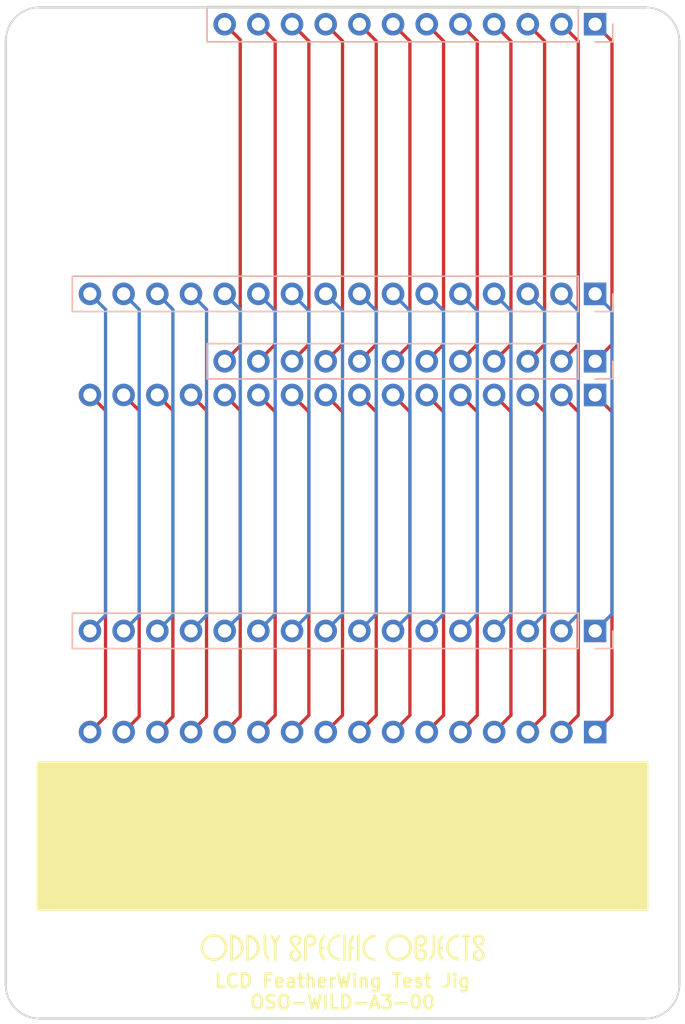
<source format=kicad_pcb>
(kicad_pcb (version 20211014) (generator pcbnew)
  (layers (0 "F.Cu" signal) (31 "B.Cu" signal) (34 "B.Paste" user) (35 "F.Paste" user) (36 "B.SilkS" user "B.Silkscreen") (37 "F.SilkS" user "F.Silkscreen") (38 "B.Mask" user) (39 "F.Mask" user) (44 "Edge.Cuts" user))
  (net 0 "")
  (net 1 "/FREE")
  (net 2 "/TX")
  (net 3 "/RX")
  (net 4 "/MISO")
  (net 5 "/MOSI")
  (net 6 "/SCK")
  (net 7 "/A5")
  (net 8 "/A4")
  (net 9 "/A3")
  (net 10 "/A2")
  (net 11 "/A1")
  (net 12 "/A0")
  (net 13 "GND")
  (net 14 "/AREF")
  (net 15 "+3V3")
  (net 16 "/~{RST}")
  (net 17 "/SDA")
  (net 18 "/SCL")
  (net 19 "/F0")
  (net 20 "/F1")
  (net 21 "/F2")
  (net 22 "/F3")
  (net 23 "/F4")
  (net 24 "/F5")
  (net 25 "/F6")
  (net 26 "/VUSB")
  (net 27 "/EN")
  (net 28 "/VBAT")
  (net 29 "/COM3")
  (net 30 "/COM2")
  (net 31 "/COM1")
  (net 32 "/COM0")
  (net 33 "/SEG11")
  (net 34 "/SEG10")
  (net 35 "/SEG9")
  (net 36 "/SEG8")
  (net 37 "/SEG7")
  (net 38 "/SEG6")
  (net 39 "/SEG5")
  (net 40 "/SEG4")
  (net 41 "/SEG3")
  (net 42 "/SEG2")
  (net 43 "/SEG1")
  (net 44 "/SEG0")
  (footprint "MountingHole:MountingHole_2.7mm_M2.5" (layer "F.Cu") (at 48.26 2.54)
    (fp_text reference "REF**" hide)
    (fp_text value "MountingHole_2.7mm_M2.5" hide)
    (pad "" np_thru_hole circle locked (at 0 0) (size 2.7 2.7) (drill 2.7) (layers *.Cu *.Mask))
  )
  (footprint "Connector_PinHeader_2.54mm:PinHeader_1x16_P2.54mm_Vertical" (layer "F.Cu") (at 44.45 29.21 -90)
    (fp_text reference "LCD1" hide)
    (fp_text value "Conn_01x16_Female" hide)
    (pad "1" thru_hole rect (at 0 0 270) (size 1.7 1.7) (drill 1) (layers *.Cu *.Mask) (net 43 "/SEG1"))
    (pad "2" thru_hole oval (at 0 2.54 270) (size 1.7 1.7) (drill 1) (layers *.Cu *.Mask) (net 33 "/SEG11"))
    (pad "3" thru_hole oval (at 0 5.08 270) (size 1.7 1.7) (drill 1) (layers *.Cu *.Mask) (net 34 "/SEG10"))
    (pad "4" thru_hole oval (at 0 7.62 270) (size 1.7 1.7) (drill 1) (layers *.Cu *.Mask) (net 35 "/SEG9"))
    (pad "5" thru_hole oval (at 0 10.16 270) (size 1.7 1.7) (drill 1) (layers *.Cu *.Mask) (net 36 "/SEG8"))
    (pad "6" thru_hole oval (at 0 12.7 270) (size 1.7 1.7) (drill 1) (layers *.Cu *.Mask) (net 37 "/SEG7"))
    (pad "7" thru_hole oval (at 0 15.24 270) (size 1.7 1.7) (drill 1) (layers *.Cu *.Mask) (net 38 "/SEG6"))
    (pad "8" thru_hole oval (at 0 17.78 270) (size 1.7 1.7) (drill 1) (layers *.Cu *.Mask) (net 39 "/SEG5"))
    (pad "9" thru_hole oval (at 0 20.32 270) (size 1.7 1.7) (drill 1) (layers *.Cu *.Mask) (net 40 "/SEG4"))
    (pad "10" thru_hole oval (at 0 22.86 270) (size 1.7 1.7) (drill 1) (layers *.Cu *.Mask) (net 41 "/SEG3"))
    (pad "11" thru_hole oval (at 0 25.4 270) (size 1.7 1.7) (drill 1) (layers *.Cu *.Mask) (net 42 "/SEG2"))
    (pad "12" thru_hole oval (at 0 27.94 270) (size 1.7 1.7) (drill 1) (layers *.Cu *.Mask) (net 44 "/SEG0"))
    (pad "13" thru_hole oval (at 0 30.48 270) (size 1.7 1.7) (drill 1) (layers *.Cu *.Mask) (net 29 "/COM3"))
    (pad "14" thru_hole oval (at 0 33.02 270) (size 1.7 1.7) (drill 1) (layers *.Cu *.Mask) (net 30 "/COM2"))
    (pad "15" thru_hole oval (at 0 35.56 270) (size 1.7 1.7) (drill 1) (layers *.Cu *.Mask) (net 31 "/COM1"))
    (pad "16" thru_hole oval (at 0 38.1 270) (size 1.7 1.7) (drill 1) (layers *.Cu *.Mask) (net 32 "/COM0"))
  )
  (footprint "MountingHole:MountingHole_2.7mm_M2.5" (layer "F.Cu") (at 2.54 27.94)
    (fp_text reference "REF**" hide)
    (fp_text value "MountingHole_2.7mm_M2.5" hide)
    (pad "" np_thru_hole circle locked (at 0 0) (size 2.7 2.7) (drill 2.7) (layers *.Cu *.Mask))
  )
  (footprint "MountingHole:MountingHole_2.7mm_M2.5" (layer "F.Cu") (at 2.54 73.66)
    (fp_text reference "REF**" hide)
    (fp_text value "MountingHole_2.7mm_M2.5" hide)
    (pad "" np_thru_hole circle locked (at 0 0) (size 2.7 2.7) (drill 2.7) (layers *.Cu *.Mask))
  )
  (footprint "MountingHole:MountingHole_2.7mm_M2.5" (layer "F.Cu") (at 2.54 45.72)
    (fp_text reference "REF**" hide)
    (fp_text value "MountingHole_2.7mm_M2.5" hide)
    (pad "" np_thru_hole circle locked (at 0 0) (size 2.7 2.7) (drill 2.7) (layers *.Cu *.Mask))
  )
  (footprint "Oddly_Specific_Artwork:oso-logotype-2mm" (layer "F.Cu") (at 25.4 70.866)
    (fp_text reference "G***" hide)
    (fp_text value "LOGO" hide)
  )
  (footprint "MountingHole:MountingHole_2.7mm_M2.5" (layer "F.Cu") (at 48.26 45.72)
    (fp_text reference "REF**" hide)
    (fp_text value "MountingHole_2.7mm_M2.5" hide)
    (pad "" np_thru_hole circle locked (at 0 0) (size 2.7 2.7) (drill 2.7) (layers *.Cu *.Mask))
  )
  (footprint "MountingHole:MountingHole_2.7mm_M2.5" (layer "F.Cu") (at 48.26 73.66)
    (fp_text reference "REF**" hide)
    (fp_text value "MountingHole_2.7mm_M2.5" hide)
    (pad "" np_thru_hole circle locked (at 0 0) (size 2.7 2.7) (drill 2.7) (layers *.Cu *.Mask))
  )
  (footprint "MountingHole:MountingHole_2.7mm_M2.5" (layer "F.Cu") (at 2.54 2.54)
    (fp_text reference "REF**" hide)
    (fp_text value "MountingHole_2.7mm_M2.5" hide)
    (pad "" np_thru_hole circle locked (at 0 0) (size 2.7 2.7) (drill 2.7) (layers *.Cu *.Mask))
  )
  (footprint "MountingHole:MountingHole_2.7mm_M2.5" (layer "F.Cu") (at 48.26 27.94)
    (fp_text reference "REF**" hide)
    (fp_text value "MountingHole_2.7mm_M2.5" hide)
    (pad "" np_thru_hole circle locked (at 0 0) (size 2.7 2.7) (drill 2.7) (layers *.Cu *.Mask))
  )
  (footprint "Connector_PinHeader_2.54mm:PinHeader_1x16_P2.54mm_Vertical" (layer "F.Cu") (at 44.455 54.61 -90)
    (fp_text reference "LCD1" hide)
    (fp_text value "Conn_01x16_Female" hide)
    (pad "1" thru_hole rect (at 0 0 270) (size 1.7 1.7) (drill 1) (layers *.Cu *.Mask) (net 43 "/SEG1"))
    (pad "2" thru_hole oval (at 0 2.54 270) (size 1.7 1.7) (drill 1) (layers *.Cu *.Mask) (net 33 "/SEG11"))
    (pad "3" thru_hole oval (at 0 5.08 270) (size 1.7 1.7) (drill 1) (layers *.Cu *.Mask) (net 34 "/SEG10"))
    (pad "4" thru_hole oval (at 0 7.62 270) (size 1.7 1.7) (drill 1) (layers *.Cu *.Mask) (net 35 "/SEG9"))
    (pad "5" thru_hole oval (at 0 10.16 270) (size 1.7 1.7) (drill 1) (layers *.Cu *.Mask) (net 36 "/SEG8"))
    (pad "6" thru_hole oval (at 0 12.7 270) (size 1.7 1.7) (drill 1) (layers *.Cu *.Mask) (net 37 "/SEG7"))
    (pad "7" thru_hole oval (at 0 15.24 270) (size 1.7 1.7) (drill 1) (layers *.Cu *.Mask) (net 38 "/SEG6"))
    (pad "8" thru_hole oval (at 0 17.78 270) (size 1.7 1.7) (drill 1) (layers *.Cu *.Mask) (net 39 "/SEG5"))
    (pad "9" thru_hole oval (at 0 20.32 270) (size 1.7 1.7) (drill 1) (layers *.Cu *.Mask) (net 40 "/SEG4"))
    (pad "10" thru_hole oval (at 0 22.86 270) (size 1.7 1.7) (drill 1) (layers *.Cu *.Mask) (net 41 "/SEG3"))
    (pad "11" thru_hole oval (at 0 25.4 270) (size 1.7 1.7) (drill 1) (layers *.Cu *.Mask) (net 42 "/SEG2"))
    (pad "12" thru_hole oval (at 0 27.94 270) (size 1.7 1.7) (drill 1) (layers *.Cu *.Mask) (net 44 "/SEG0"))
    (pad "13" thru_hole oval (at 0 30.48 270) (size 1.7 1.7) (drill 1) (layers *.Cu *.Mask) (net 29 "/COM3"))
    (pad "14" thru_hole oval (at 0 33.02 270) (size 1.7 1.7) (drill 1) (layers *.Cu *.Mask) (net 30 "/COM2"))
    (pad "15" thru_hole oval (at 0 35.56 270) (size 1.7 1.7) (drill 1) (layers *.Cu *.Mask) (net 31 "/COM1"))
    (pad "16" thru_hole oval (at 0 38.1 270) (size 1.7 1.7) (drill 1) (layers *.Cu *.Mask) (net 32 "/COM0"))
  )
  (footprint "Connector_PinHeader_2.54mm:PinHeader_1x12_P2.54mm_Vertical" (layer "B.Cu") (at 44.45 26.67 90)
    (fp_text reference "J2" hide)
    (fp_text value "feather short" hide)
    (pad "1" thru_hole rect locked (at 0 0 90) (size 1.7 1.7) (drill 1) (layers *.Cu *.Mask) (net 17 "/SDA"))
    (pad "2" thru_hole oval locked (at 0 -2.54 90) (size 1.7 1.7) (drill 1) (layers *.Cu *.Mask) (net 18 "/SCL"))
    (pad "3" thru_hole oval locked (at 0 -5.08 90) (size 1.7 1.7) (drill 1) (layers *.Cu *.Mask) (net 19 "/F0"))
    (pad "4" thru_hole oval locked (at 0 -7.62 90) (size 1.7 1.7) (drill 1) (layers *.Cu *.Mask) (net 20 "/F1"))
    (pad "5" thru_hole oval locked (at 0 -10.16 90) (size 1.7 1.7) (drill 1) (layers *.Cu *.Mask) (net 21 "/F2"))
    (pad "6" thru_hole oval locked (at 0 -12.7 90) (size 1.7 1.7) (drill 1) (layers *.Cu *.Mask) (net 22 "/F3"))
    (pad "7" thru_hole oval locked (at 0 -15.24 90) (size 1.7 1.7) (drill 1) (layers *.Cu *.Mask) (net 23 "/F4"))
    (pad "8" thru_hole oval locked (at 0 -17.78 90) (size 1.7 1.7) (drill 1) (layers *.Cu *.Mask) (net 24 "/F5"))
    (pad "9" thru_hole oval locked (at 0 -20.32 90) (size 1.7 1.7) (drill 1) (layers *.Cu *.Mask) (net 25 "/F6"))
    (pad "10" thru_hole oval locked (at 0 -22.86 90) (size 1.7 1.7) (drill 1) (layers *.Cu *.Mask) (net 26 "/VUSB"))
    (pad "11" thru_hole oval locked (at 0 -25.4 90) (size 1.7 1.7) (drill 1) (layers *.Cu *.Mask) (net 27 "/EN"))
    (pad "12" thru_hole oval locked (at 0 -27.94 90) (size 1.7 1.7) (drill 1) (layers *.Cu *.Mask) (net 28 "/VBAT"))
  )
  (footprint "Connector_PinHeader_2.54mm:PinHeader_1x16_P2.54mm_Vertical" (layer "B.Cu") (at 44.45 46.99 90)
    (fp_text reference "J1" hide)
    (fp_text value "feather long" hide)
    (pad "1" thru_hole rect locked (at 0 0 90) (size 1.7 1.7) (drill 1) (layers *.Cu *.Mask) (net 1 "/FREE"))
    (pad "2" thru_hole oval locked (at 0 -2.54 90) (size 1.7 1.7) (drill 1) (layers *.Cu *.Mask) (net 2 "/TX"))
    (pad "3" thru_hole oval locked (at 0 -5.08 90) (size 1.7 1.7) (drill 1) (layers *.Cu *.Mask) (net 3 "/RX"))
    (pad "4" thru_hole oval locked (at 0 -7.62 90) (size 1.7 1.7) (drill 1) (layers *.Cu *.Mask) (net 4 "/MISO"))
    (pad "5" thru_hole oval locked (at 0 -10.16 90) (size 1.7 1.7) (drill 1) (layers *.Cu *.Mask) (net 5 "/MOSI"))
    (pad "6" thru_hole oval locked (at 0 -12.7 90) (size 1.7 1.7) (drill 1) (layers *.Cu *.Mask) (net 6 "/SCK"))
    (pad "7" thru_hole oval locked (at 0 -15.24 90) (size 1.7 1.7) (drill 1) (layers *.Cu *.Mask) (net 7 "/A5"))
    (pad "8" thru_hole oval locked (at 0 -17.78 90) (size 1.7 1.7) (drill 1) (layers *.Cu *.Mask) (net 8 "/A4"))
    (pad "9" thru_hole oval locked (at 0 -20.32 90) (size 1.7 1.7) (drill 1) (layers *.Cu *.Mask) (net 9 "/A3"))
    (pad "10" thru_hole oval locked (at 0 -22.86 90) (size 1.7 1.7) (drill 1) (layers *.Cu *.Mask) (net 10 "/A2"))
    (pad "11" thru_hole oval locked (at 0 -25.4 90) (size 1.7 1.7) (drill 1) (layers *.Cu *.Mask) (net 11 "/A1"))
    (pad "12" thru_hole oval locked (at 0 -27.94 90) (size 1.7 1.7) (drill 1) (layers *.Cu *.Mask) (net 12 "/A0"))
    (pad "13" thru_hole oval locked (at 0 -30.48 90) (size 1.7 1.7) (drill 1) (layers *.Cu *.Mask) (net 13 "GND"))
    (pad "14" thru_hole oval locked (at 0 -33.02 90) (size 1.7 1.7) (drill 1) (layers *.Cu *.Mask) (net 14 "/AREF"))
    (pad "15" thru_hole oval locked (at 0 -35.56 90) (size 1.7 1.7) (drill 1) (layers *.Cu *.Mask) (net 15 "+3V3"))
    (pad "16" thru_hole oval locked (at 0 -38.1 90) (size 1.7 1.7) (drill 1) (layers *.Cu *.Mask) (net 16 "/~{RST}"))
  )
  (footprint "Connector_PinHeader_2.54mm:PinHeader_1x12_P2.54mm_Vertical" (layer "B.Cu") (at 44.45 1.27 90)
    (fp_text reference "J2" hide)
    (fp_text value "feather short" hide)
    (pad "1" thru_hole rect locked (at 0 0 90) (size 1.7 1.7) (drill 1) (layers *.Cu *.Mask) (net 17 "/SDA"))
    (pad "2" thru_hole oval locked (at 0 -2.54 90) (size 1.7 1.7) (drill 1) (layers *.Cu *.Mask) (net 18 "/SCL"))
    (pad "3" thru_hole oval locked (at 0 -5.08 90) (size 1.7 1.7) (drill 1) (layers *.Cu *.Mask) (net 19 "/F0"))
    (pad "4" thru_hole oval locked (at 0 -7.62 90) (size 1.7 1.7) (drill 1) (layers *.Cu *.Mask) (net 20 "/F1"))
    (pad "5" thru_hole oval locked (at 0 -10.16 90) (size 1.7 1.7) (drill 1) (layers *.Cu *.Mask) (net 21 "/F2"))
    (pad "6" thru_hole oval locked (at 0 -12.7 90) (size 1.7 1.7) (drill 1) (layers *.Cu *.Mask) (net 22 "/F3"))
    (pad "7" thru_hole oval locked (at 0 -15.24 90) (size 1.7 1.7) (drill 1) (layers *.Cu *.Mask) (net 23 "/F4"))
    (pad "8" thru_hole oval locked (at 0 -17.78 90) (size 1.7 1.7) (drill 1) (layers *.Cu *.Mask) (net 24 "/F5"))
    (pad "9" thru_hole oval locked (at 0 -20.32 90) (size 1.7 1.7) (drill 1) (layers *.Cu *.Mask) (net 25 "/F6"))
    (pad "10" thru_hole oval locked (at 0 -22.86 90) (size 1.7 1.7) (drill 1) (layers *.Cu *.Mask) (net 26 "/VUSB"))
    (pad "11" thru_hole oval locked (at 0 -25.4 90) (size 1.7 1.7) (drill 1) (layers *.Cu *.Mask) (net 27 "/EN"))
    (pad "12" thru_hole oval locked (at 0 -27.94 90) (size 1.7 1.7) (drill 1) (layers *.Cu *.Mask) (net 28 "/VBAT"))
  )
  (footprint "Connector_PinHeader_2.54mm:PinHeader_1x16_P2.54mm_Vertical" (layer "B.Cu") (at 44.45 21.59 90)
    (fp_text reference "J1" hide)
    (fp_text value "feather long" hide)
    (pad "1" thru_hole rect locked (at 0 0 90) (size 1.7 1.7) (drill 1) (layers *.Cu *.Mask) (net 1 "/FREE"))
    (pad "2" thru_hole oval locked (at 0 -2.54 90) (size 1.7 1.7) (drill 1) (layers *.Cu *.Mask) (net 2 "/TX"))
    (pad "3" thru_hole oval locked (at 0 -5.08 90) (size 1.7 1.7) (drill 1) (layers *.Cu *.Mask) (net 3 "/RX"))
    (pad "4" thru_hole oval locked (at 0 -7.62 90) (size 1.7 1.7) (drill 1) (layers *.Cu *.Mask) (net 4 "/MISO"))
    (pad "5" thru_hole oval locked (at 0 -10.16 90) (size 1.7 1.7) (drill 1) (layers *.Cu *.Mask) (net 5 "/MOSI"))
    (pad "6" thru_hole oval locked (at 0 -12.7 90) (size 1.7 1.7) (drill 1) (layers *.Cu *.Mask) (net 6 "/SCK"))
    (pad "7" thru_hole oval locked (at 0 -15.24 90) (size 1.7 1.7) (drill 1) (layers *.Cu *.Mask) (net 7 "/A5"))
    (pad "8" thru_hole oval locked (at 0 -17.78 90) (size 1.7 1.7) (drill 1) (layers *.Cu *.Mask) (net 8 "/A4"))
    (pad "9" thru_hole oval locked (at 0 -20.32 90) (size 1.7 1.7) (drill 1) (layers *.Cu *.Mask) (net 9 "/A3"))
    (pad "10" thru_hole oval locked (at 0 -22.86 90) (size 1.7 1.7) (drill 1) (layers *.Cu *.Mask) (net 10 "/A2"))
    (pad "11" thru_hole oval locked (at 0 -25.4 90) (size 1.7 1.7) (drill 1) (layers *.Cu *.Mask) (net 11 "/A1"))
    (pad "12" thru_hole oval locked (at 0 -27.94 90) (size 1.7 1.7) (drill 1) (layers *.Cu *.Mask) (net 12 "/A0"))
    (pad "13" thru_hole oval locked (at 0 -30.48 90) (size 1.7 1.7) (drill 1) (layers *.Cu *.Mask) (net 13 "GND"))
    (pad "14" thru_hole oval locked (at 0 -33.02 90) (size 1.7 1.7) (drill 1) (layers *.Cu *.Mask) (net 14 "/AREF"))
    (pad "15" thru_hole oval locked (at 0 -35.56 90) (size 1.7 1.7) (drill 1) (layers *.Cu *.Mask) (net 15 "+3V3"))
    (pad "16" thru_hole oval locked (at 0 -38.1 90) (size 1.7 1.7) (drill 1) (layers *.Cu *.Mask) (net 16 "/~{RST}"))
  )
  (gr_rect (start 2.4 56.9) (end 48.4 68) (layer "F.SilkS") (width 0.15) (fill solid))
  (gr_line (start 0 73.66) (end 0 2.54) (layer "Edge.Cuts") (width 0.2))
  (gr_arc (start 50.8 73.66) (mid 50.056051 75.456051) (end 48.26 76.2) (layer "Edge.Cuts") (width 0.15))
  (gr_line (start 48.26 76.2) (end 2.54 76.2) (layer "Edge.Cuts") (width 0.2))
  (gr_arc (start 48.26 0) (mid 50.056051 0.743949) (end 50.8 2.54) (layer "Edge.Cuts") (width 0.15))
  (gr_arc (start 0 2.54) (mid 0.743949 0.743949) (end 2.54 0) (layer "Edge.Cuts") (width 0.15))
  (gr_line (start 2.54 0) (end 48.26 0) (layer "Edge.Cuts") (width 0.2))
  (gr_line (start 50.8 2.54) (end 50.8 73.66) (layer "Edge.Cuts") (width 0.2))
  (gr_arc (start 2.54 76.2) (mid 0.743949 75.456051) (end 0 73.66) (layer "Edge.Cuts") (width 0.15))
  (gr_text "LCD FeatherWing Test Jig\nOSO-WILD-A3-00" (at 25.4 74.168) (layer "F.SilkS") (effects (font (size 1 1) (thickness 0.2))))
  (segment (start 45.72 22.86) (end 44.45 21.59) (width 0.25) (layer "B.Cu") (net 1))
  (segment (start 45.72 45.72) (end 45.72 22.86) (width 0.25) (layer "B.Cu") (net 1))
  (segment (start 44.45 46.99) (end 45.72 45.72) (width 0.25) (layer "B.Cu") (net 1))
  (segment (start 43.18 45.72) (end 43.18 22.86) (width 0.25) (layer "B.Cu") (net 2))
  (segment (start 43.18 22.86) (end 41.91 21.59) (width 0.25) (layer "B.Cu") (net 2))
  (segment (start 41.91 46.99) (end 43.18 45.72) (width 0.25) (layer "B.Cu") (net 2))
  (segment (start 40.64 22.86) (end 39.37 21.59) (width 0.25) (layer "B.Cu") (net 3))
  (segment (start 40.64 45.72) (end 40.64 22.86) (width 0.25) (layer "B.Cu") (net 3))
  (segment (start 39.37 46.99) (end 40.64 45.72) (width 0.25) (layer "B.Cu") (net 3))
  (segment (start 38.1 45.72) (end 38.1 22.86) (width 0.25) (layer "B.Cu") (net 4))
  (segment (start 38.1 22.86) (end 36.83 21.59) (width 0.25) (layer "B.Cu") (net 4))
  (segment (start 36.83 46.99) (end 38.1 45.72) (width 0.25) (layer "B.Cu") (net 4))
  (segment (start 35.56 22.86) (end 34.29 21.59) (width 0.25) (layer "B.Cu") (net 5))
  (segment (start 34.29 46.99) (end 35.56 45.72) (width 0.25) (layer "B.Cu") (net 5))
  (segment (start 35.56 45.72) (end 35.56 22.86) (width 0.25) (layer "B.Cu") (net 5))
  (segment (start 31.75 46.99) (end 33.02 45.72) (width 0.25) (layer "B.Cu") (net 6))
  (segment (start 33.02 45.72) (end 33.02 22.86) (width 0.25) (layer "B.Cu") (net 6))
  (segment (start 33.02 22.86) (end 31.75 21.59) (width 0.25) (layer "B.Cu") (net 6))
  (segment (start 29.21 46.99) (end 30.48 45.72) (width 0.25) (layer "B.Cu") (net 7))
  (segment (start 30.48 45.72) (end 30.48 22.86) (width 0.25) (layer "B.Cu") (net 7))
  (segment (start 30.48 22.86) (end 29.21 21.59) (width 0.25) (layer "B.Cu") (net 7))
  (segment (start 26.67 46.99) (end 27.94 45.72) (width 0.25) (layer "B.Cu") (net 8))
  (segment (start 27.94 45.72) (end 27.94 22.86) (width 0.25) (layer "B.Cu") (net 8))
  (segment (start 27.94 22.86) (end 26.67 21.59) (width 0.25) (layer "B.Cu") (net 8))
  (segment (start 25.4 45.72) (end 24.13 46.99) (width 0.25) (layer "B.Cu") (net 9))
  (segment (start 25.4 22.86) (end 25.4 45.72) (width 0.25) (layer "B.Cu") (net 9))
  (segment (start 24.13 21.59) (end 25.4 22.86) (width 0.25) (layer "B.Cu") (net 9))
  (segment (start 21.59 21.59) (end 22.86 22.86) (width 0.25) (layer "B.Cu") (net 10))
  (segment (start 22.86 22.86) (end 22.86 45.72) (width 0.25) (layer "B.Cu") (net 10))
  (segment (start 22.86 45.72) (end 21.59 46.99) (width 0.25) (layer "B.Cu") (net 10))
  (segment (start 19.05 21.59) (end 20.32 22.86) (width 0.25) (layer "B.Cu") (net 11))
  (segment (start 20.32 22.86) (end 20.32 45.72) (width 0.25) (layer "B.Cu") (net 11))
  (segment (start 20.32 45.72) (end 19.05 46.99) (width 0.25) (layer "B.Cu") (net 11))
  (segment (start 16.51 46.99) (end 17.684511 45.815489) (width 0.25) (layer "B.Cu") (net 12))
  (segment (start 17.684511 22.764511) (end 16.51 21.59) (width 0.25) (layer "B.Cu") (net 12))
  (segment (start 17.684511 45.815489) (end 17.684511 22.764511) (width 0.25) (layer "B.Cu") (net 12))
  (segment (start 15.144511 22.764511) (end 13.97 21.59) (width 0.25) (layer "B.Cu") (net 13))
  (segment (start 15.144511 45.815489) (end 15.144511 22.764511) (width 0.25) (layer "B.Cu") (net 13))
  (segment (start 13.97 46.99) (end 15.144511 45.815489) (width 0.25) (layer "B.Cu") (net 13))
  (segment (start 11.43 46.99) (end 12.604511 45.815489) (width 0.25) (layer "B.Cu") (net 14))
  (segment (start 12.604511 22.764511) (end 11.43 21.59) (width 0.25) (layer "B.Cu") (net 14))
  (segment (start 12.604511 45.815489) (end 12.604511 22.764511) (width 0.25) (layer "B.Cu") (net 14))
  (segment (start 10.064511 22.764511) (end 8.89 21.59) (width 0.25) (layer "B.Cu") (net 15))
  (segment (start 8.89 46.99) (end 10.064511 45.815489) (width 0.25) (layer "B.Cu") (net 15))
  (segment (start 10.064511 45.815489) (end 10.064511 22.764511) (width 0.25) (layer "B.Cu") (net 15))
  (segment (start 6.35 46.99) (end 7.524511 45.815489) (width 0.25) (layer "B.Cu") (net 16))
  (segment (start 7.524511 45.815489) (end 7.524511 22.764511) (width 0.25) (layer "B.Cu") (net 16))
  (segment (start 7.524511 22.764511) (end 6.35 21.59) (width 0.25) (layer "B.Cu") (net 16))
  (segment (start 45.72 25.4) (end 45.72 2.54) (width 0.25) (layer "F.Cu") (net 17))
  (segment (start 44.45 26.67) (end 45.72 25.4) (width 0.25) (layer "F.Cu") (net 17))
  (segment (start 45.72 2.54) (end 44.45 1.27) (width 0.25) (layer "F.Cu") (net 17))
  (segment (start 43.18 25.4) (end 43.18 2.54) (width 0.25) (layer "F.Cu") (net 18))
  (segment (start 41.91 26.67) (end 43.18 25.4) (width 0.25) (layer "F.Cu") (net 18))
  (segment (start 43.18 2.54) (end 41.91 1.27) (width 0.25) (layer "F.Cu") (net 18))
  (segment (start 40.64 25.4) (end 40.64 2.54) (width 0.25) (layer "F.Cu") (net 19))
  (segment (start 40.64 2.54) (end 39.37 1.27) (width 0.25) (layer "F.Cu") (net 19))
  (segment (start 39.37 26.67) (end 40.64 25.4) (width 0.25) (layer "F.Cu") (net 19))
  (segment (start 38.1 2.54) (end 36.83 1.27) (width 0.25) (layer "F.Cu") (net 20))
  (segment (start 38.1 25.4) (end 38.1 2.54) (width 0.25) (layer "F.Cu") (net 20))
  (segment (start 36.83 26.67) (end 38.1 25.4) (width 0.25) (layer "F.Cu") (net 20))
  (segment (start 35.56 25.4) (end 35.56 2.54) (width 0.25) (layer "F.Cu") (net 21))
  (segment (start 35.56 2.54) (end 34.29 1.27) (width 0.25) (layer "F.Cu") (net 21))
  (segment (start 34.29 26.67) (end 35.56 25.4) (width 0.25) (layer "F.Cu") (net 21))
  (segment (start 33.02 25.4) (end 33.02 2.54) (width 0.25) (layer "F.Cu") (net 22))
  (segment (start 31.75 26.67) (end 33.02 25.4) (width 0.25) (layer "F.Cu") (net 22))
  (segment (start 33.02 2.54) (end 31.75 1.27) (width 0.25) (layer "F.Cu") (net 22))
  (segment (start 30.48 25.4) (end 30.48 2.54) (width 0.25) (layer "F.Cu") (net 23))
  (segment (start 30.48 2.54) (end 29.21 1.27) (width 0.25) (layer "F.Cu") (net 23))
  (segment (start 29.21 26.67) (end 30.48 25.4) (width 0.25) (layer "F.Cu") (net 23))
  (segment (start 27.94 25.4) (end 27.94 2.54) (width 0.25) (layer "F.Cu") (net 24))
  (segment (start 26.67 26.67) (end 27.94 25.4) (width 0.25) (layer "F.Cu") (net 24))
  (segment (start 27.94 2.54) (end 26.67 1.27) (width 0.25) (layer "F.Cu") (net 24))
  (segment (start 24.13 26.67) (end 25.4 25.4) (width 0.25) (layer "F.Cu") (net 25))
  (segment (start 25.4 25.4) (end 25.4 2.54) (width 0.25) (layer "F.Cu") (net 25))
  (segment (start 25.4 2.54) (end 24.13 1.27) (width 0.25) (layer "F.Cu") (net 25))
  (segment (start 22.86 2.54) (end 21.59 1.27) (width 0.25) (layer "F.Cu") (net 26))
  (segment (start 21.59 26.67) (end 22.86 25.4) (width 0.25) (layer "F.Cu") (net 26))
  (segment (start 22.86 25.4) (end 22.86 2.54) (width 0.25) (layer "F.Cu") (net 26))
  (segment (start 20.32 2.54) (end 19.05 1.27) (width 0.25) (layer "F.Cu") (net 27))
  (segment (start 19.05 26.67) (end 20.32 25.4) (width 0.25) (layer "F.Cu") (net 27))
  (segment (start 20.32 25.4) (end 20.32 2.54) (width 0.25) (layer "F.Cu") (net 27))
  (segment (start 16.51 26.67) (end 17.684511 25.495489) (width 0.25) (layer "F.Cu") (net 28))
  (segment (start 17.684511 2.444511) (end 16.51 1.27) (width 0.25) (layer "F.Cu") (net 28))
  (segment (start 17.684511 25.495489) (end 17.684511 2.444511) (width 0.25) (layer "F.Cu") (net 28))
  (segment (start 15.144511 30.384511) (end 13.97 29.21) (width 0.25) (layer "F.Cu") (net 29))
  (segment (start 13.975 54.61) (end 15.144511 53.440489) (width 0.25) (layer "F.Cu") (net 29))
  (segment (start 15.144511 53.440489) (end 15.144511 30.384511) (width 0.25) (layer "F.Cu") (net 29))
  (segment (start 12.604511 53.440489) (end 12.604511 30.384511) (width 0.25) (layer "F.Cu") (net 30))
  (segment (start 12.604511 30.384511) (end 11.43 29.21) (width 0.25) (layer "F.Cu") (net 30))
  (segment (start 11.435 54.61) (end 12.604511 53.440489) (width 0.25) (layer "F.Cu") (net 30))
  (segment (start 10.064511 53.440489) (end 10.064511 30.384511) (width 0.25) (layer "F.Cu") (net 31))
  (segment (start 10.064511 30.384511) (end 8.89 29.21) (width 0.25) (layer "F.Cu") (net 31))
  (segment (start 8.895 54.61) (end 10.064511 53.440489) (width 0.25) (layer "F.Cu") (net 31))
  (segment (start 7.524511 30.384511) (end 6.35 29.21) (width 0.25) (layer "F.Cu") (net 32))
  (segment (start 7.524511 53.440489) (end 7.524511 30.384511) (width 0.25) (layer "F.Cu") (net 32))
  (segment (start 6.355 54.61) (end 7.524511 53.440489) (width 0.25) (layer "F.Cu") (net 32))
  (segment (start 41.915 54.61) (end 43.18 53.345) (width 0.25) (layer "F.Cu") (net 33))
  (segment (start 43.18 53.345) (end 43.18 30.48) (width 0.25) (layer "F.Cu") (net 33))
  (segment (start 43.18 30.48) (end 41.91 29.21) (width 0.25) (layer "F.Cu") (net 33))
  (segment (start 40.64 53.345) (end 40.64 30.48) (width 0.25) (layer "F.Cu") (net 34))
  (segment (start 40.64 30.48) (end 39.37 29.21) (width 0.25) (layer "F.Cu") (net 34))
  (segment (start 39.375 54.61) (end 40.64 53.345) (width 0.25) (layer "F.Cu") (net 34))
  (segment (start 36.835 54.61) (end 38.1 53.345) (width 0.25) (layer "F.Cu") (net 35))
  (segment (start 38.1 53.345) (end 38.1 30.48) (width 0.25) (layer "F.Cu") (net 35))
  (segment (start 38.1 30.48) (end 36.83 29.21) (width 0.25) (layer "F.Cu") (net 35))
  (segment (start 34.295 54.61) (end 35.56 53.345) (width 0.25) (layer "F.Cu") (net 36))
  (segment (start 35.56 30.48) (end 34.29 29.21) (width 0.25) (layer "F.Cu") (net 36))
  (segment (start 35.56 53.345) (end 35.56 30.48) (width 0.25) (layer "F.Cu") (net 36))
  (segment (start 31.755 54.61) (end 33.02 53.345) (width 0.25) (layer "F.Cu") (net 37))
  (segment (start 33.02 53.345) (end 33.02 30.48) (width 0.25) (layer "F.Cu") (net 37))
  (segment (start 33.02 30.48) (end 31.75 29.21) (width 0.25) (layer "F.Cu") (net 37))
  (segment (start 30.48 53.345) (end 30.48 30.48) (width 0.25) (layer "F.Cu") (net 38))
  (segment (start 29.215 54.61) (end 30.48 53.345) (width 0.25) (layer "F.Cu") (net 38))
  (segment (start 30.48 30.48) (end 29.21 29.21) (width 0.25) (layer "F.Cu") (net 38))
  (segment (start 27.94 30.48) (end 26.67 29.21) (width 0.25) (layer "F.Cu") (net 39))
  (segment (start 27.94 53.345) (end 27.94 30.48) (width 0.25) (layer "F.Cu") (net 39))
  (segment (start 26.675 54.61) (end 27.94 53.345) (width 0.25) (layer "F.Cu") (net 39))
  (segment (start 25.4 53.345) (end 24.135 54.61) (width 0.25) (layer "F.Cu") (net 40))
  (segment (start 25.4 30.48) (end 25.4 53.345) (width 0.25) (layer "F.Cu") (net 40))
  (segment (start 24.13 29.21) (end 25.4 30.48) (width 0.25) (layer "F.Cu") (net 40))
  (segment (start 22.86 30.48) (end 22.86 53.345) (width 0.25) (layer "F.Cu") (net 41))
  (segment (start 21.59 29.21) (end 22.86 30.48) (width 0.25) (layer "F.Cu") (net 41))
  (segment (start 22.86 53.345) (end 21.595 54.61) (width 0.25) (layer "F.Cu") (net 41))
  (segment (start 20.32 53.345) (end 19.055 54.61) (width 0.25) (layer "F.Cu") (net 42))
  (segment (start 20.32 30.48) (end 20.32 53.345) (width 0.25) (layer "F.Cu") (net 42))
  (segment (start 19.05 29.21) (end 20.32 30.48) (width 0.25) (layer "F.Cu") (net 42))
  (segment (start 45.72 30.48) (end 44.45 29.21) (width 0.25) (layer "F.Cu") (net 43))
  (segment (start 45.72 53.345) (end 45.72 30.48) (width 0.25) (layer "F.Cu") (net 43))
  (segment (start 44.455 54.61) (end 45.72 53.345) (width 0.25) (layer "F.Cu") (net 43))
  (segment (start 17.684511 53.440489) (end 17.684511 30.384511) (width 0.25) (layer "F.Cu") (net 44))
  (segment (start 16.515 54.61) (end 17.684511 53.440489) (width 0.25) (layer "F.Cu") (net 44))
  (segment (start 17.684511 30.384511) (end 16.51 29.21) (width 0.25) (layer "F.Cu") (net 44))
)
</source>
